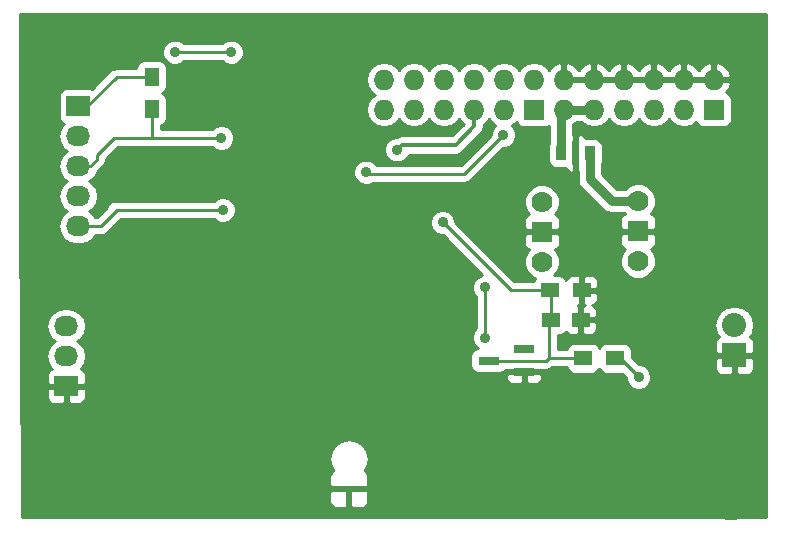
<source format=gbl>
G04 #@! TF.FileFunction,Copper,L2,Bot,Signal*
%FSLAX46Y46*%
G04 Gerber Fmt 4.6, Leading zero omitted, Abs format (unit mm)*
G04 Created by KiCad (PCBNEW 4.0.1-stable) date 24/01/2016 09:13:41*
%MOMM*%
G01*
G04 APERTURE LIST*
%ADD10C,0.100000*%
%ADD11R,0.899160X1.249680*%
%ADD12R,0.500380X1.998980*%
%ADD13R,2.032000X2.032000*%
%ADD14O,2.032000X2.032000*%
%ADD15R,2.032000X1.727200*%
%ADD16O,2.032000X1.727200*%
%ADD17R,1.727200X1.727200*%
%ADD18O,1.727200X1.727200*%
%ADD19C,1.778000*%
%ADD20R,1.778000X1.778000*%
%ADD21C,6.350000*%
%ADD22R,1.500000X1.250000*%
%ADD23R,1.500000X1.300000*%
%ADD24R,1.800860X0.800100*%
%ADD25R,1.300000X1.500000*%
%ADD26C,0.889000*%
%ADD27C,0.780000*%
%ADD28C,0.254000*%
%ADD29C,0.350000*%
G04 APERTURE END LIST*
D10*
D11*
X148398880Y-108500000D03*
X146001120Y-108500000D03*
D12*
X147200000Y-108500000D03*
D13*
X160650000Y-125600000D03*
D14*
X160650000Y-123060000D03*
D15*
X104076500Y-128206500D03*
D16*
X104076500Y-125666500D03*
X104076500Y-123126500D03*
D17*
X143700000Y-104800000D03*
D18*
X143700000Y-102260000D03*
X141160000Y-104800000D03*
X141160000Y-102260000D03*
X138620000Y-104800000D03*
X138620000Y-102260000D03*
X136080000Y-104800000D03*
X136080000Y-102260000D03*
X133540000Y-104800000D03*
X133540000Y-102260000D03*
X131000000Y-104800000D03*
X131000000Y-102260000D03*
D17*
X158900000Y-104800000D03*
D18*
X158900000Y-102260000D03*
X156360000Y-104800000D03*
X156360000Y-102260000D03*
X153820000Y-104800000D03*
X153820000Y-102260000D03*
X151280000Y-104800000D03*
X151280000Y-102260000D03*
X148740000Y-104800000D03*
X148740000Y-102260000D03*
X146200000Y-104800000D03*
X146200000Y-102260000D03*
D19*
X152500000Y-117640000D03*
D20*
X152500000Y-115100000D03*
D19*
X152500000Y-112560000D03*
X144350000Y-117690000D03*
D20*
X144350000Y-115150000D03*
D19*
X144350000Y-112610000D03*
D13*
X119062500Y-135572500D03*
D14*
X119062500Y-133032500D03*
D21*
X103568500Y-136144000D03*
X160400000Y-136400000D03*
D22*
X145150000Y-122600000D03*
X147650000Y-122600000D03*
D23*
X150550000Y-125850000D03*
X147850000Y-125850000D03*
X145050000Y-120100000D03*
X147750000Y-120100000D03*
D24*
X142852140Y-125097500D03*
X142852140Y-126997500D03*
X139849860Y-126047500D03*
D15*
X105092500Y-104521000D03*
D16*
X105092500Y-107061000D03*
X105092500Y-109601000D03*
X105092500Y-112141000D03*
X105092500Y-114681000D03*
D25*
X111315500Y-104728000D03*
X111315500Y-102028000D03*
D26*
X119888000Y-122936000D03*
X119697500Y-104584500D03*
X119570500Y-117729000D03*
X137900000Y-134400000D03*
X133800000Y-111500000D03*
X136250000Y-112650000D03*
X147050000Y-129400000D03*
X135500000Y-120350000D03*
X141097000Y-106934000D03*
X129476500Y-110109000D03*
X152550000Y-127450000D03*
X139550000Y-124100000D03*
X139550000Y-119850000D03*
X132100000Y-108200000D03*
X135950000Y-114350000D03*
X117221000Y-107188000D03*
X117348000Y-113284000D03*
X113284000Y-99949000D03*
X118046500Y-99949000D03*
D27*
X148398880Y-108500000D02*
X148398880Y-110698880D01*
X150260000Y-112560000D02*
X152500000Y-112560000D01*
X148398880Y-110698880D02*
X150260000Y-112560000D01*
X146001120Y-108500000D02*
X146001120Y-104998880D01*
X146001120Y-104998880D02*
X146200000Y-104800000D01*
X146200000Y-104800000D02*
X148740000Y-104800000D01*
D28*
X137795000Y-110236000D02*
X141097000Y-106934000D01*
X129603500Y-110236000D02*
X137795000Y-110236000D01*
X129476500Y-110109000D02*
X129603500Y-110236000D01*
X152550000Y-127450000D02*
X150950000Y-125850000D01*
X150950000Y-125850000D02*
X150550000Y-125850000D01*
X139550000Y-124100000D02*
X139550000Y-119850000D01*
X143700000Y-104800000D02*
X143612000Y-104800000D01*
X143700000Y-102260000D02*
X143700000Y-102044000D01*
D29*
X138620000Y-106230000D02*
X138620000Y-104800000D01*
X137050000Y-107800000D02*
X138620000Y-106230000D01*
X132500000Y-107800000D02*
X137050000Y-107800000D01*
X132100000Y-108200000D02*
X132500000Y-107800000D01*
D28*
X139849860Y-126047500D02*
X144716500Y-126047500D01*
X144716500Y-126047500D02*
X144935000Y-125829000D01*
X145050000Y-120100000D02*
X141700000Y-120100000D01*
X141700000Y-120100000D02*
X135950000Y-114350000D01*
X145150000Y-122600000D02*
X145150000Y-120200000D01*
X145150000Y-120200000D02*
X145050000Y-120100000D01*
X144935000Y-125850000D02*
X144935000Y-125829000D01*
X144935000Y-125829000D02*
X144935000Y-125095000D01*
X144935000Y-125095000D02*
X144935000Y-122815000D01*
X144935000Y-122815000D02*
X145150000Y-122600000D01*
X147850000Y-125850000D02*
X144935000Y-125850000D01*
X141160000Y-104800000D02*
X141160000Y-104966000D01*
X136080000Y-102260000D02*
X136080000Y-101790000D01*
X105092500Y-104521000D02*
X105854500Y-104521000D01*
X105854500Y-104521000D02*
X108347500Y-102028000D01*
X108347500Y-102028000D02*
X111315500Y-102028000D01*
X117221000Y-107188000D02*
X111315500Y-107188000D01*
X106680000Y-108648500D02*
X106680000Y-109029500D01*
X111315500Y-107188000D02*
X108140500Y-107188000D01*
X108140500Y-107188000D02*
X106680000Y-108648500D01*
X106680000Y-109029500D02*
X106108500Y-109601000D01*
X106108500Y-109601000D02*
X105092500Y-109601000D01*
X111315500Y-104728000D02*
X111315500Y-107188000D01*
X105854500Y-109474000D02*
X105664000Y-109664500D01*
X108267500Y-113284000D02*
X117348000Y-113284000D01*
X105092500Y-114681000D02*
X106997500Y-114681000D01*
X108394500Y-113284000D02*
X108331000Y-113284000D01*
X106997500Y-114681000D02*
X108394500Y-113284000D01*
X118046500Y-99949000D02*
X113284000Y-99949000D01*
G36*
X163315000Y-139315000D02*
X100360432Y-139315000D01*
X100345656Y-137191750D01*
X126365000Y-137191750D01*
X126365000Y-138048310D01*
X126461673Y-138281699D01*
X126640302Y-138460327D01*
X126873691Y-138557000D01*
X127730250Y-138557000D01*
X127889000Y-138398250D01*
X127889000Y-137033000D01*
X128143000Y-137033000D01*
X128143000Y-138398250D01*
X128301750Y-138557000D01*
X129158309Y-138557000D01*
X129391698Y-138460327D01*
X129570327Y-138281699D01*
X129667000Y-138048310D01*
X129667000Y-137191750D01*
X129508250Y-137033000D01*
X128143000Y-137033000D01*
X127889000Y-137033000D01*
X126523750Y-137033000D01*
X126365000Y-137191750D01*
X100345656Y-137191750D01*
X100325990Y-134366000D01*
X126332655Y-134366000D01*
X126458330Y-134997810D01*
X126682966Y-135334001D01*
X126640302Y-135351673D01*
X126461673Y-135530301D01*
X126365000Y-135763690D01*
X126365000Y-136620250D01*
X126523750Y-136779000D01*
X127889000Y-136779000D01*
X127889000Y-136759000D01*
X128143000Y-136759000D01*
X128143000Y-136779000D01*
X129508250Y-136779000D01*
X129667000Y-136620250D01*
X129667000Y-135763690D01*
X129570327Y-135530301D01*
X129391698Y-135351673D01*
X129349034Y-135334001D01*
X129573670Y-134997810D01*
X129699345Y-134366000D01*
X129573670Y-133734190D01*
X129215778Y-133198567D01*
X128680155Y-132840675D01*
X128048345Y-132715000D01*
X127983655Y-132715000D01*
X127351845Y-132840675D01*
X126816222Y-133198567D01*
X126458330Y-133734190D01*
X126332655Y-134366000D01*
X100325990Y-134366000D01*
X100285111Y-128492250D01*
X102425500Y-128492250D01*
X102425500Y-129196410D01*
X102522173Y-129429799D01*
X102700802Y-129608427D01*
X102934191Y-129705100D01*
X103790750Y-129705100D01*
X103949500Y-129546350D01*
X103949500Y-128333500D01*
X104203500Y-128333500D01*
X104203500Y-129546350D01*
X104362250Y-129705100D01*
X105218809Y-129705100D01*
X105452198Y-129608427D01*
X105630827Y-129429799D01*
X105727500Y-129196410D01*
X105727500Y-128492250D01*
X105568750Y-128333500D01*
X104203500Y-128333500D01*
X103949500Y-128333500D01*
X102584250Y-128333500D01*
X102425500Y-128492250D01*
X100285111Y-128492250D01*
X100247767Y-123126500D01*
X102393155Y-123126500D01*
X102507229Y-123699989D01*
X102832085Y-124186170D01*
X103146866Y-124396500D01*
X102832085Y-124606830D01*
X102507229Y-125093011D01*
X102393155Y-125666500D01*
X102507229Y-126239989D01*
X102832085Y-126726170D01*
X102854280Y-126741000D01*
X102700802Y-126804573D01*
X102522173Y-126983201D01*
X102425500Y-127216590D01*
X102425500Y-127920750D01*
X102584250Y-128079500D01*
X103949500Y-128079500D01*
X103949500Y-128059500D01*
X104203500Y-128059500D01*
X104203500Y-128079500D01*
X105568750Y-128079500D01*
X105727500Y-127920750D01*
X105727500Y-127283250D01*
X141316710Y-127283250D01*
X141316710Y-127523859D01*
X141413383Y-127757248D01*
X141592011Y-127935877D01*
X141825400Y-128032550D01*
X142566390Y-128032550D01*
X142725140Y-127873800D01*
X142725140Y-127124500D01*
X142979140Y-127124500D01*
X142979140Y-127873800D01*
X143137890Y-128032550D01*
X143878880Y-128032550D01*
X144112269Y-127935877D01*
X144290897Y-127757248D01*
X144387570Y-127523859D01*
X144387570Y-127283250D01*
X144228820Y-127124500D01*
X142979140Y-127124500D01*
X142725140Y-127124500D01*
X141475460Y-127124500D01*
X141316710Y-127283250D01*
X105727500Y-127283250D01*
X105727500Y-127216590D01*
X105630827Y-126983201D01*
X105452198Y-126804573D01*
X105298720Y-126741000D01*
X105320915Y-126726170D01*
X105645771Y-126239989D01*
X105759845Y-125666500D01*
X105645771Y-125093011D01*
X105320915Y-124606830D01*
X105006134Y-124396500D01*
X105320915Y-124186170D01*
X105645771Y-123699989D01*
X105759845Y-123126500D01*
X105645771Y-122553011D01*
X105320915Y-122066830D01*
X104834734Y-121741974D01*
X104261245Y-121627900D01*
X103891755Y-121627900D01*
X103318266Y-121741974D01*
X102832085Y-122066830D01*
X102507229Y-122553011D01*
X102393155Y-123126500D01*
X100247767Y-123126500D01*
X100191000Y-114969982D01*
X100191000Y-107061000D01*
X103409155Y-107061000D01*
X103523229Y-107634489D01*
X103848085Y-108120670D01*
X104162866Y-108331000D01*
X103848085Y-108541330D01*
X103523229Y-109027511D01*
X103409155Y-109601000D01*
X103523229Y-110174489D01*
X103848085Y-110660670D01*
X104162866Y-110871000D01*
X103848085Y-111081330D01*
X103523229Y-111567511D01*
X103409155Y-112141000D01*
X103523229Y-112714489D01*
X103848085Y-113200670D01*
X104162866Y-113411000D01*
X103848085Y-113621330D01*
X103523229Y-114107511D01*
X103409155Y-114681000D01*
X103523229Y-115254489D01*
X103848085Y-115740670D01*
X104334266Y-116065526D01*
X104907755Y-116179600D01*
X105277245Y-116179600D01*
X105850734Y-116065526D01*
X106336915Y-115740670D01*
X106535812Y-115443000D01*
X106997500Y-115443000D01*
X107289105Y-115384996D01*
X107536315Y-115219815D01*
X108192346Y-114563784D01*
X134870313Y-114563784D01*
X135034311Y-114960689D01*
X135337714Y-115264622D01*
X135734332Y-115429313D01*
X135951872Y-115429502D01*
X139305411Y-118783041D01*
X138939311Y-118934311D01*
X138635378Y-119237714D01*
X138470687Y-119634332D01*
X138470313Y-120063784D01*
X138634311Y-120460689D01*
X138788000Y-120614646D01*
X138788000Y-123335358D01*
X138635378Y-123487714D01*
X138470687Y-123884332D01*
X138470313Y-124313784D01*
X138634311Y-124710689D01*
X138927287Y-125004177D01*
X138714113Y-125044288D01*
X138497989Y-125183360D01*
X138352999Y-125395560D01*
X138301990Y-125647450D01*
X138301990Y-126447550D01*
X138346268Y-126682867D01*
X138485340Y-126898991D01*
X138697540Y-127043981D01*
X138949430Y-127094990D01*
X140750290Y-127094990D01*
X140985607Y-127050712D01*
X141201731Y-126911640D01*
X141271520Y-126809500D01*
X141414460Y-126809500D01*
X141475460Y-126870500D01*
X142725140Y-126870500D01*
X142725140Y-126850500D01*
X142979140Y-126850500D01*
X142979140Y-126870500D01*
X144228820Y-126870500D01*
X144289820Y-126809500D01*
X144716500Y-126809500D01*
X145008105Y-126751496D01*
X145216875Y-126612000D01*
X146473634Y-126612000D01*
X146496838Y-126735317D01*
X146635910Y-126951441D01*
X146848110Y-127096431D01*
X147100000Y-127147440D01*
X148600000Y-127147440D01*
X148835317Y-127103162D01*
X149051441Y-126964090D01*
X149196431Y-126751890D01*
X149199081Y-126738803D01*
X149335910Y-126951441D01*
X149548110Y-127096431D01*
X149800000Y-127147440D01*
X151169810Y-127147440D01*
X151470501Y-127448131D01*
X151470313Y-127663784D01*
X151634311Y-128060689D01*
X151937714Y-128364622D01*
X152334332Y-128529313D01*
X152763784Y-128529687D01*
X153160689Y-128365689D01*
X153464622Y-128062286D01*
X153629313Y-127665668D01*
X153629687Y-127236216D01*
X153465689Y-126839311D01*
X153162286Y-126535378D01*
X152765668Y-126370687D01*
X152548128Y-126370498D01*
X152063380Y-125885750D01*
X158999000Y-125885750D01*
X158999000Y-126742310D01*
X159095673Y-126975699D01*
X159274302Y-127154327D01*
X159507691Y-127251000D01*
X160364250Y-127251000D01*
X160523000Y-127092250D01*
X160523000Y-125727000D01*
X160777000Y-125727000D01*
X160777000Y-127092250D01*
X160935750Y-127251000D01*
X161792309Y-127251000D01*
X162025698Y-127154327D01*
X162204327Y-126975699D01*
X162301000Y-126742310D01*
X162301000Y-125885750D01*
X162142250Y-125727000D01*
X160777000Y-125727000D01*
X160523000Y-125727000D01*
X159157750Y-125727000D01*
X158999000Y-125885750D01*
X152063380Y-125885750D01*
X151947440Y-125769810D01*
X151947440Y-125200000D01*
X151903162Y-124964683D01*
X151764090Y-124748559D01*
X151551890Y-124603569D01*
X151300000Y-124552560D01*
X149800000Y-124552560D01*
X149564683Y-124596838D01*
X149348559Y-124735910D01*
X149203569Y-124948110D01*
X149200919Y-124961197D01*
X149064090Y-124748559D01*
X148851890Y-124603569D01*
X148600000Y-124552560D01*
X147100000Y-124552560D01*
X146864683Y-124596838D01*
X146648559Y-124735910D01*
X146503569Y-124948110D01*
X146475241Y-125088000D01*
X145697000Y-125088000D01*
X145697000Y-123872440D01*
X145900000Y-123872440D01*
X146135317Y-123828162D01*
X146351441Y-123689090D01*
X146397969Y-123620994D01*
X146540302Y-123763327D01*
X146773691Y-123860000D01*
X147364250Y-123860000D01*
X147523000Y-123701250D01*
X147523000Y-122727000D01*
X147777000Y-122727000D01*
X147777000Y-123701250D01*
X147935750Y-123860000D01*
X148526309Y-123860000D01*
X148759698Y-123763327D01*
X148938327Y-123584699D01*
X149035000Y-123351310D01*
X149035000Y-123060000D01*
X158966655Y-123060000D01*
X159092330Y-123691810D01*
X159316966Y-124028001D01*
X159274302Y-124045673D01*
X159095673Y-124224301D01*
X158999000Y-124457690D01*
X158999000Y-125314250D01*
X159157750Y-125473000D01*
X160523000Y-125473000D01*
X160523000Y-125453000D01*
X160777000Y-125453000D01*
X160777000Y-125473000D01*
X162142250Y-125473000D01*
X162301000Y-125314250D01*
X162301000Y-124457690D01*
X162204327Y-124224301D01*
X162025698Y-124045673D01*
X161983034Y-124028001D01*
X162207670Y-123691810D01*
X162333345Y-123060000D01*
X162207670Y-122428190D01*
X161849778Y-121892567D01*
X161314155Y-121534675D01*
X160682345Y-121409000D01*
X160617655Y-121409000D01*
X159985845Y-121534675D01*
X159450222Y-121892567D01*
X159092330Y-122428190D01*
X158966655Y-123060000D01*
X149035000Y-123060000D01*
X149035000Y-122885750D01*
X148876250Y-122727000D01*
X147777000Y-122727000D01*
X147523000Y-122727000D01*
X147503000Y-122727000D01*
X147503000Y-122473000D01*
X147523000Y-122473000D01*
X147523000Y-121498750D01*
X147777000Y-121498750D01*
X147777000Y-122473000D01*
X148876250Y-122473000D01*
X149035000Y-122314250D01*
X149035000Y-121848690D01*
X148938327Y-121615301D01*
X148759698Y-121436673D01*
X148630629Y-121383211D01*
X148859698Y-121288327D01*
X149038327Y-121109699D01*
X149135000Y-120876310D01*
X149135000Y-120385750D01*
X148976250Y-120227000D01*
X147877000Y-120227000D01*
X147877000Y-121226250D01*
X147990750Y-121340000D01*
X147935750Y-121340000D01*
X147777000Y-121498750D01*
X147523000Y-121498750D01*
X147409250Y-121385000D01*
X147464250Y-121385000D01*
X147623000Y-121226250D01*
X147623000Y-120227000D01*
X147603000Y-120227000D01*
X147603000Y-119973000D01*
X147623000Y-119973000D01*
X147623000Y-118973750D01*
X147877000Y-118973750D01*
X147877000Y-119973000D01*
X148976250Y-119973000D01*
X149135000Y-119814250D01*
X149135000Y-119323690D01*
X149038327Y-119090301D01*
X148859698Y-118911673D01*
X148626309Y-118815000D01*
X148035750Y-118815000D01*
X147877000Y-118973750D01*
X147623000Y-118973750D01*
X147464250Y-118815000D01*
X146873691Y-118815000D01*
X146640302Y-118911673D01*
X146461673Y-119090301D01*
X146405346Y-119226287D01*
X146403162Y-119214683D01*
X146264090Y-118998559D01*
X146051890Y-118853569D01*
X145800000Y-118802560D01*
X145392642Y-118802560D01*
X145641231Y-118554404D01*
X145873735Y-117994472D01*
X145873780Y-117941812D01*
X150975736Y-117941812D01*
X151207262Y-118502149D01*
X151635596Y-118931231D01*
X152195528Y-119163735D01*
X152801812Y-119164264D01*
X153362149Y-118932738D01*
X153791231Y-118504404D01*
X154023735Y-117944472D01*
X154024264Y-117338188D01*
X153792738Y-116777851D01*
X153602926Y-116587708D01*
X153748698Y-116527327D01*
X153927327Y-116348699D01*
X154024000Y-116115310D01*
X154024000Y-115385750D01*
X153865250Y-115227000D01*
X152627000Y-115227000D01*
X152627000Y-115247000D01*
X152373000Y-115247000D01*
X152373000Y-115227000D01*
X151134750Y-115227000D01*
X150976000Y-115385750D01*
X150976000Y-116115310D01*
X151072673Y-116348699D01*
X151251302Y-116527327D01*
X151397011Y-116587682D01*
X151208769Y-116775596D01*
X150976265Y-117335528D01*
X150975736Y-117941812D01*
X145873780Y-117941812D01*
X145874264Y-117388188D01*
X145642738Y-116827851D01*
X145452926Y-116637708D01*
X145598698Y-116577327D01*
X145777327Y-116398699D01*
X145874000Y-116165310D01*
X145874000Y-115435750D01*
X145715250Y-115277000D01*
X144477000Y-115277000D01*
X144477000Y-115297000D01*
X144223000Y-115297000D01*
X144223000Y-115277000D01*
X142984750Y-115277000D01*
X142826000Y-115435750D01*
X142826000Y-116165310D01*
X142922673Y-116398699D01*
X143101302Y-116577327D01*
X143247011Y-116637682D01*
X143058769Y-116825596D01*
X142826265Y-117385528D01*
X142825736Y-117991812D01*
X143057262Y-118552149D01*
X143485596Y-118981231D01*
X143770830Y-119099670D01*
X143703569Y-119198110D01*
X143675241Y-119338000D01*
X142015630Y-119338000D01*
X137029499Y-114351869D01*
X137029687Y-114136216D01*
X136865689Y-113739311D01*
X136562286Y-113435378D01*
X136165668Y-113270687D01*
X135736216Y-113270313D01*
X135339311Y-113434311D01*
X135035378Y-113737714D01*
X134870687Y-114134332D01*
X134870313Y-114563784D01*
X108192346Y-114563784D01*
X108710131Y-114046000D01*
X116583358Y-114046000D01*
X116735714Y-114198622D01*
X117132332Y-114363313D01*
X117561784Y-114363687D01*
X117958689Y-114199689D01*
X118262622Y-113896286D01*
X118427313Y-113499668D01*
X118427687Y-113070216D01*
X118362236Y-112911812D01*
X142825736Y-112911812D01*
X143057262Y-113472149D01*
X143247074Y-113662292D01*
X143101302Y-113722673D01*
X142922673Y-113901301D01*
X142826000Y-114134690D01*
X142826000Y-114864250D01*
X142984750Y-115023000D01*
X144223000Y-115023000D01*
X144223000Y-115003000D01*
X144477000Y-115003000D01*
X144477000Y-115023000D01*
X145715250Y-115023000D01*
X145874000Y-114864250D01*
X145874000Y-114134690D01*
X145777327Y-113901301D01*
X145598698Y-113722673D01*
X145452989Y-113662318D01*
X145641231Y-113474404D01*
X145873735Y-112914472D01*
X145874264Y-112308188D01*
X145642738Y-111747851D01*
X145214404Y-111318769D01*
X144654472Y-111086265D01*
X144048188Y-111085736D01*
X143487851Y-111317262D01*
X143058769Y-111745596D01*
X142826265Y-112305528D01*
X142825736Y-112911812D01*
X118362236Y-112911812D01*
X118263689Y-112673311D01*
X117960286Y-112369378D01*
X117563668Y-112204687D01*
X117134216Y-112204313D01*
X116737311Y-112368311D01*
X116583354Y-112522000D01*
X108267500Y-112522000D01*
X107975895Y-112580004D01*
X107728685Y-112745185D01*
X107563504Y-112992395D01*
X107552338Y-113048531D01*
X106681870Y-113919000D01*
X106535812Y-113919000D01*
X106336915Y-113621330D01*
X106022134Y-113411000D01*
X106336915Y-113200670D01*
X106661771Y-112714489D01*
X106775845Y-112141000D01*
X106661771Y-111567511D01*
X106336915Y-111081330D01*
X106022134Y-110871000D01*
X106336915Y-110660670D01*
X106562683Y-110322784D01*
X128396813Y-110322784D01*
X128560811Y-110719689D01*
X128864214Y-111023622D01*
X129260832Y-111188313D01*
X129690284Y-111188687D01*
X130087189Y-111024689D01*
X130113925Y-110998000D01*
X137795000Y-110998000D01*
X138086605Y-110939996D01*
X138333815Y-110774815D01*
X141095131Y-108013499D01*
X141310784Y-108013687D01*
X141707689Y-107849689D01*
X142011622Y-107546286D01*
X142176313Y-107149668D01*
X142176687Y-106720216D01*
X142012689Y-106323311D01*
X141829613Y-106139915D01*
X142228442Y-105873426D01*
X142233238Y-105898917D01*
X142372310Y-106115041D01*
X142584510Y-106260031D01*
X142836400Y-106311040D01*
X144563600Y-106311040D01*
X144798917Y-106266762D01*
X144976120Y-106152735D01*
X144976120Y-107592519D01*
X144955109Y-107623270D01*
X144904100Y-107875160D01*
X144904100Y-109124840D01*
X144948378Y-109360157D01*
X145087450Y-109576281D01*
X145299650Y-109721271D01*
X145551540Y-109772280D01*
X146375484Y-109772280D01*
X146411483Y-109859189D01*
X146590112Y-110037817D01*
X146823501Y-110134490D01*
X146916155Y-110134490D01*
X147074905Y-109975740D01*
X147074905Y-109239578D01*
X147098140Y-109124840D01*
X147098140Y-107875160D01*
X147301860Y-107875160D01*
X147301860Y-109124840D01*
X147325095Y-109248323D01*
X147325095Y-109975740D01*
X147373880Y-110024525D01*
X147373880Y-110698880D01*
X147421841Y-110939996D01*
X147451903Y-111091131D01*
X147674096Y-111423664D01*
X149535215Y-113284784D01*
X149819000Y-113474404D01*
X149867749Y-113506977D01*
X150260000Y-113585000D01*
X151369829Y-113585000D01*
X151397074Y-113612292D01*
X151251302Y-113672673D01*
X151072673Y-113851301D01*
X150976000Y-114084690D01*
X150976000Y-114814250D01*
X151134750Y-114973000D01*
X152373000Y-114973000D01*
X152373000Y-114953000D01*
X152627000Y-114953000D01*
X152627000Y-114973000D01*
X153865250Y-114973000D01*
X154024000Y-114814250D01*
X154024000Y-114084690D01*
X153927327Y-113851301D01*
X153748698Y-113672673D01*
X153602989Y-113612318D01*
X153791231Y-113424404D01*
X154023735Y-112864472D01*
X154024264Y-112258188D01*
X153792738Y-111697851D01*
X153364404Y-111268769D01*
X152804472Y-111036265D01*
X152198188Y-111035736D01*
X151637851Y-111267262D01*
X151369645Y-111535000D01*
X150684569Y-111535000D01*
X149423880Y-110274312D01*
X149423880Y-109407481D01*
X149444891Y-109376730D01*
X149495900Y-109124840D01*
X149495900Y-107875160D01*
X149451622Y-107639843D01*
X149312550Y-107423719D01*
X149100350Y-107278729D01*
X148848460Y-107227720D01*
X148024516Y-107227720D01*
X147988517Y-107140811D01*
X147809888Y-106962183D01*
X147576499Y-106865510D01*
X147483845Y-106865510D01*
X147325095Y-107024260D01*
X147325095Y-107760422D01*
X147301860Y-107875160D01*
X147098140Y-107875160D01*
X147074905Y-107751677D01*
X147074905Y-107024260D01*
X147026120Y-106975475D01*
X147026120Y-106035340D01*
X147289029Y-105859670D01*
X147312195Y-105825000D01*
X147627805Y-105825000D01*
X147650971Y-105859670D01*
X148137152Y-106184526D01*
X148710641Y-106298600D01*
X148769359Y-106298600D01*
X149342848Y-106184526D01*
X149829029Y-105859670D01*
X150010000Y-105588828D01*
X150190971Y-105859670D01*
X150677152Y-106184526D01*
X151250641Y-106298600D01*
X151309359Y-106298600D01*
X151882848Y-106184526D01*
X152369029Y-105859670D01*
X152550000Y-105588828D01*
X152730971Y-105859670D01*
X153217152Y-106184526D01*
X153790641Y-106298600D01*
X153849359Y-106298600D01*
X154422848Y-106184526D01*
X154909029Y-105859670D01*
X155090000Y-105588828D01*
X155270971Y-105859670D01*
X155757152Y-106184526D01*
X156330641Y-106298600D01*
X156389359Y-106298600D01*
X156962848Y-106184526D01*
X157428442Y-105873426D01*
X157433238Y-105898917D01*
X157572310Y-106115041D01*
X157784510Y-106260031D01*
X158036400Y-106311040D01*
X159763600Y-106311040D01*
X159998917Y-106266762D01*
X160215041Y-106127690D01*
X160360031Y-105915490D01*
X160411040Y-105663600D01*
X160411040Y-103936400D01*
X160366762Y-103701083D01*
X160227690Y-103484959D01*
X160015490Y-103339969D01*
X159921625Y-103320961D01*
X160182688Y-103034947D01*
X160354958Y-102619026D01*
X160233817Y-102387000D01*
X159027000Y-102387000D01*
X159027000Y-102407000D01*
X158773000Y-102407000D01*
X158773000Y-102387000D01*
X156487000Y-102387000D01*
X156487000Y-102407000D01*
X156233000Y-102407000D01*
X156233000Y-102387000D01*
X153947000Y-102387000D01*
X153947000Y-102407000D01*
X153693000Y-102407000D01*
X153693000Y-102387000D01*
X151407000Y-102387000D01*
X151407000Y-102407000D01*
X151153000Y-102407000D01*
X151153000Y-102387000D01*
X148867000Y-102387000D01*
X148867000Y-102407000D01*
X148613000Y-102407000D01*
X148613000Y-102387000D01*
X146327000Y-102387000D01*
X146327000Y-102407000D01*
X146073000Y-102407000D01*
X146073000Y-102387000D01*
X146053000Y-102387000D01*
X146053000Y-102133000D01*
X146073000Y-102133000D01*
X146073000Y-100925531D01*
X146327000Y-100925531D01*
X146327000Y-102133000D01*
X148613000Y-102133000D01*
X148613000Y-100925531D01*
X148867000Y-100925531D01*
X148867000Y-102133000D01*
X151153000Y-102133000D01*
X151153000Y-100925531D01*
X151407000Y-100925531D01*
X151407000Y-102133000D01*
X153693000Y-102133000D01*
X153693000Y-100925531D01*
X153947000Y-100925531D01*
X153947000Y-102133000D01*
X156233000Y-102133000D01*
X156233000Y-100925531D01*
X156487000Y-100925531D01*
X156487000Y-102133000D01*
X158773000Y-102133000D01*
X158773000Y-100925531D01*
X159027000Y-100925531D01*
X159027000Y-102133000D01*
X160233817Y-102133000D01*
X160354958Y-101900974D01*
X160182688Y-101485053D01*
X159788490Y-101053179D01*
X159259027Y-100805032D01*
X159027000Y-100925531D01*
X158773000Y-100925531D01*
X158540973Y-100805032D01*
X158011510Y-101053179D01*
X157630000Y-101471152D01*
X157248490Y-101053179D01*
X156719027Y-100805032D01*
X156487000Y-100925531D01*
X156233000Y-100925531D01*
X156000973Y-100805032D01*
X155471510Y-101053179D01*
X155090000Y-101471152D01*
X154708490Y-101053179D01*
X154179027Y-100805032D01*
X153947000Y-100925531D01*
X153693000Y-100925531D01*
X153460973Y-100805032D01*
X152931510Y-101053179D01*
X152550000Y-101471152D01*
X152168490Y-101053179D01*
X151639027Y-100805032D01*
X151407000Y-100925531D01*
X151153000Y-100925531D01*
X150920973Y-100805032D01*
X150391510Y-101053179D01*
X150010000Y-101471152D01*
X149628490Y-101053179D01*
X149099027Y-100805032D01*
X148867000Y-100925531D01*
X148613000Y-100925531D01*
X148380973Y-100805032D01*
X147851510Y-101053179D01*
X147470000Y-101471152D01*
X147088490Y-101053179D01*
X146559027Y-100805032D01*
X146327000Y-100925531D01*
X146073000Y-100925531D01*
X145840973Y-100805032D01*
X145311510Y-101053179D01*
X144953087Y-101445859D01*
X144789029Y-101200330D01*
X144302848Y-100875474D01*
X143729359Y-100761400D01*
X143670641Y-100761400D01*
X143097152Y-100875474D01*
X142610971Y-101200330D01*
X142430000Y-101471172D01*
X142249029Y-101200330D01*
X141762848Y-100875474D01*
X141189359Y-100761400D01*
X141130641Y-100761400D01*
X140557152Y-100875474D01*
X140070971Y-101200330D01*
X139890000Y-101471172D01*
X139709029Y-101200330D01*
X139222848Y-100875474D01*
X138649359Y-100761400D01*
X138590641Y-100761400D01*
X138017152Y-100875474D01*
X137530971Y-101200330D01*
X137350000Y-101471172D01*
X137169029Y-101200330D01*
X136682848Y-100875474D01*
X136109359Y-100761400D01*
X136050641Y-100761400D01*
X135477152Y-100875474D01*
X134990971Y-101200330D01*
X134810000Y-101471172D01*
X134629029Y-101200330D01*
X134142848Y-100875474D01*
X133569359Y-100761400D01*
X133510641Y-100761400D01*
X132937152Y-100875474D01*
X132450971Y-101200330D01*
X132270000Y-101471172D01*
X132089029Y-101200330D01*
X131602848Y-100875474D01*
X131029359Y-100761400D01*
X130970641Y-100761400D01*
X130397152Y-100875474D01*
X129910971Y-101200330D01*
X129586115Y-101686511D01*
X129472041Y-102260000D01*
X129586115Y-102833489D01*
X129910971Y-103319670D01*
X130225752Y-103530000D01*
X129910971Y-103740330D01*
X129586115Y-104226511D01*
X129472041Y-104800000D01*
X129586115Y-105373489D01*
X129910971Y-105859670D01*
X130397152Y-106184526D01*
X130970641Y-106298600D01*
X131029359Y-106298600D01*
X131602848Y-106184526D01*
X132089029Y-105859670D01*
X132270000Y-105588828D01*
X132450971Y-105859670D01*
X132937152Y-106184526D01*
X133510641Y-106298600D01*
X133569359Y-106298600D01*
X134142848Y-106184526D01*
X134629029Y-105859670D01*
X134810000Y-105588828D01*
X134990971Y-105859670D01*
X135477152Y-106184526D01*
X136050641Y-106298600D01*
X136109359Y-106298600D01*
X136682848Y-106184526D01*
X137169029Y-105859670D01*
X137350000Y-105588828D01*
X137530971Y-105859670D01*
X137719108Y-105985379D01*
X136714488Y-106990000D01*
X132500000Y-106990000D01*
X132190026Y-107051658D01*
X132087277Y-107120313D01*
X132087015Y-107120488D01*
X131886216Y-107120313D01*
X131489311Y-107284311D01*
X131185378Y-107587714D01*
X131020687Y-107984332D01*
X131020313Y-108413784D01*
X131184311Y-108810689D01*
X131487714Y-109114622D01*
X131884332Y-109279313D01*
X132313784Y-109279687D01*
X132710689Y-109115689D01*
X133014622Y-108812286D01*
X133098619Y-108610000D01*
X137050000Y-108610000D01*
X137359974Y-108548342D01*
X137622756Y-108372756D01*
X139192756Y-106802757D01*
X139295369Y-106649185D01*
X139368342Y-106539974D01*
X139430000Y-106230000D01*
X139430000Y-106046111D01*
X139709029Y-105859670D01*
X139890000Y-105588828D01*
X140070971Y-105859670D01*
X140414973Y-106089525D01*
X140182378Y-106321714D01*
X140017687Y-106718332D01*
X140017498Y-106935872D01*
X137479370Y-109474000D01*
X130367920Y-109474000D01*
X130088786Y-109194378D01*
X129692168Y-109029687D01*
X129262716Y-109029313D01*
X128865811Y-109193311D01*
X128561878Y-109496714D01*
X128397187Y-109893332D01*
X128396813Y-110322784D01*
X106562683Y-110322784D01*
X106661771Y-110174489D01*
X106673970Y-110113160D01*
X107218815Y-109568315D01*
X107383996Y-109321105D01*
X107386325Y-109309395D01*
X107442000Y-109029500D01*
X107442000Y-108964130D01*
X108456130Y-107950000D01*
X116456358Y-107950000D01*
X116608714Y-108102622D01*
X117005332Y-108267313D01*
X117434784Y-108267687D01*
X117831689Y-108103689D01*
X118135622Y-107800286D01*
X118300313Y-107403668D01*
X118300687Y-106974216D01*
X118136689Y-106577311D01*
X117833286Y-106273378D01*
X117436668Y-106108687D01*
X117007216Y-106108313D01*
X116610311Y-106272311D01*
X116456354Y-106426000D01*
X112077500Y-106426000D01*
X112077500Y-106104366D01*
X112200817Y-106081162D01*
X112416941Y-105942090D01*
X112561931Y-105729890D01*
X112612940Y-105478000D01*
X112612940Y-103978000D01*
X112568662Y-103742683D01*
X112429590Y-103526559D01*
X112217390Y-103381569D01*
X112204303Y-103378919D01*
X112416941Y-103242090D01*
X112561931Y-103029890D01*
X112612940Y-102778000D01*
X112612940Y-101278000D01*
X112568662Y-101042683D01*
X112429590Y-100826559D01*
X112217390Y-100681569D01*
X111965500Y-100630560D01*
X110665500Y-100630560D01*
X110430183Y-100674838D01*
X110214059Y-100813910D01*
X110069069Y-101026110D01*
X110020490Y-101266000D01*
X108347500Y-101266000D01*
X108055895Y-101324004D01*
X107808684Y-101489185D01*
X106257697Y-103040173D01*
X106108500Y-103009960D01*
X104076500Y-103009960D01*
X103841183Y-103054238D01*
X103625059Y-103193310D01*
X103480069Y-103405510D01*
X103429060Y-103657400D01*
X103429060Y-105384600D01*
X103473338Y-105619917D01*
X103612410Y-105836041D01*
X103824610Y-105981031D01*
X103865939Y-105989400D01*
X103848085Y-106001330D01*
X103523229Y-106487511D01*
X103409155Y-107061000D01*
X100191000Y-107061000D01*
X100191000Y-100162784D01*
X112204313Y-100162784D01*
X112368311Y-100559689D01*
X112671714Y-100863622D01*
X113068332Y-101028313D01*
X113497784Y-101028687D01*
X113894689Y-100864689D01*
X114048646Y-100711000D01*
X117281858Y-100711000D01*
X117434214Y-100863622D01*
X117830832Y-101028313D01*
X118260284Y-101028687D01*
X118657189Y-100864689D01*
X118961122Y-100561286D01*
X119125813Y-100164668D01*
X119126187Y-99735216D01*
X118962189Y-99338311D01*
X118658786Y-99034378D01*
X118262168Y-98869687D01*
X117832716Y-98869313D01*
X117435811Y-99033311D01*
X117281854Y-99187000D01*
X114048642Y-99187000D01*
X113896286Y-99034378D01*
X113499668Y-98869687D01*
X113070216Y-98869313D01*
X112673311Y-99033311D01*
X112369378Y-99336714D01*
X112204687Y-99733332D01*
X112204313Y-100162784D01*
X100191000Y-100162784D01*
X100191000Y-96685000D01*
X163315000Y-96685000D01*
X163315000Y-139315000D01*
X163315000Y-139315000D01*
G37*
X163315000Y-139315000D02*
X100360432Y-139315000D01*
X100345656Y-137191750D01*
X126365000Y-137191750D01*
X126365000Y-138048310D01*
X126461673Y-138281699D01*
X126640302Y-138460327D01*
X126873691Y-138557000D01*
X127730250Y-138557000D01*
X127889000Y-138398250D01*
X127889000Y-137033000D01*
X128143000Y-137033000D01*
X128143000Y-138398250D01*
X128301750Y-138557000D01*
X129158309Y-138557000D01*
X129391698Y-138460327D01*
X129570327Y-138281699D01*
X129667000Y-138048310D01*
X129667000Y-137191750D01*
X129508250Y-137033000D01*
X128143000Y-137033000D01*
X127889000Y-137033000D01*
X126523750Y-137033000D01*
X126365000Y-137191750D01*
X100345656Y-137191750D01*
X100325990Y-134366000D01*
X126332655Y-134366000D01*
X126458330Y-134997810D01*
X126682966Y-135334001D01*
X126640302Y-135351673D01*
X126461673Y-135530301D01*
X126365000Y-135763690D01*
X126365000Y-136620250D01*
X126523750Y-136779000D01*
X127889000Y-136779000D01*
X127889000Y-136759000D01*
X128143000Y-136759000D01*
X128143000Y-136779000D01*
X129508250Y-136779000D01*
X129667000Y-136620250D01*
X129667000Y-135763690D01*
X129570327Y-135530301D01*
X129391698Y-135351673D01*
X129349034Y-135334001D01*
X129573670Y-134997810D01*
X129699345Y-134366000D01*
X129573670Y-133734190D01*
X129215778Y-133198567D01*
X128680155Y-132840675D01*
X128048345Y-132715000D01*
X127983655Y-132715000D01*
X127351845Y-132840675D01*
X126816222Y-133198567D01*
X126458330Y-133734190D01*
X126332655Y-134366000D01*
X100325990Y-134366000D01*
X100285111Y-128492250D01*
X102425500Y-128492250D01*
X102425500Y-129196410D01*
X102522173Y-129429799D01*
X102700802Y-129608427D01*
X102934191Y-129705100D01*
X103790750Y-129705100D01*
X103949500Y-129546350D01*
X103949500Y-128333500D01*
X104203500Y-128333500D01*
X104203500Y-129546350D01*
X104362250Y-129705100D01*
X105218809Y-129705100D01*
X105452198Y-129608427D01*
X105630827Y-129429799D01*
X105727500Y-129196410D01*
X105727500Y-128492250D01*
X105568750Y-128333500D01*
X104203500Y-128333500D01*
X103949500Y-128333500D01*
X102584250Y-128333500D01*
X102425500Y-128492250D01*
X100285111Y-128492250D01*
X100247767Y-123126500D01*
X102393155Y-123126500D01*
X102507229Y-123699989D01*
X102832085Y-124186170D01*
X103146866Y-124396500D01*
X102832085Y-124606830D01*
X102507229Y-125093011D01*
X102393155Y-125666500D01*
X102507229Y-126239989D01*
X102832085Y-126726170D01*
X102854280Y-126741000D01*
X102700802Y-126804573D01*
X102522173Y-126983201D01*
X102425500Y-127216590D01*
X102425500Y-127920750D01*
X102584250Y-128079500D01*
X103949500Y-128079500D01*
X103949500Y-128059500D01*
X104203500Y-128059500D01*
X104203500Y-128079500D01*
X105568750Y-128079500D01*
X105727500Y-127920750D01*
X105727500Y-127283250D01*
X141316710Y-127283250D01*
X141316710Y-127523859D01*
X141413383Y-127757248D01*
X141592011Y-127935877D01*
X141825400Y-128032550D01*
X142566390Y-128032550D01*
X142725140Y-127873800D01*
X142725140Y-127124500D01*
X142979140Y-127124500D01*
X142979140Y-127873800D01*
X143137890Y-128032550D01*
X143878880Y-128032550D01*
X144112269Y-127935877D01*
X144290897Y-127757248D01*
X144387570Y-127523859D01*
X144387570Y-127283250D01*
X144228820Y-127124500D01*
X142979140Y-127124500D01*
X142725140Y-127124500D01*
X141475460Y-127124500D01*
X141316710Y-127283250D01*
X105727500Y-127283250D01*
X105727500Y-127216590D01*
X105630827Y-126983201D01*
X105452198Y-126804573D01*
X105298720Y-126741000D01*
X105320915Y-126726170D01*
X105645771Y-126239989D01*
X105759845Y-125666500D01*
X105645771Y-125093011D01*
X105320915Y-124606830D01*
X105006134Y-124396500D01*
X105320915Y-124186170D01*
X105645771Y-123699989D01*
X105759845Y-123126500D01*
X105645771Y-122553011D01*
X105320915Y-122066830D01*
X104834734Y-121741974D01*
X104261245Y-121627900D01*
X103891755Y-121627900D01*
X103318266Y-121741974D01*
X102832085Y-122066830D01*
X102507229Y-122553011D01*
X102393155Y-123126500D01*
X100247767Y-123126500D01*
X100191000Y-114969982D01*
X100191000Y-107061000D01*
X103409155Y-107061000D01*
X103523229Y-107634489D01*
X103848085Y-108120670D01*
X104162866Y-108331000D01*
X103848085Y-108541330D01*
X103523229Y-109027511D01*
X103409155Y-109601000D01*
X103523229Y-110174489D01*
X103848085Y-110660670D01*
X104162866Y-110871000D01*
X103848085Y-111081330D01*
X103523229Y-111567511D01*
X103409155Y-112141000D01*
X103523229Y-112714489D01*
X103848085Y-113200670D01*
X104162866Y-113411000D01*
X103848085Y-113621330D01*
X103523229Y-114107511D01*
X103409155Y-114681000D01*
X103523229Y-115254489D01*
X103848085Y-115740670D01*
X104334266Y-116065526D01*
X104907755Y-116179600D01*
X105277245Y-116179600D01*
X105850734Y-116065526D01*
X106336915Y-115740670D01*
X106535812Y-115443000D01*
X106997500Y-115443000D01*
X107289105Y-115384996D01*
X107536315Y-115219815D01*
X108192346Y-114563784D01*
X134870313Y-114563784D01*
X135034311Y-114960689D01*
X135337714Y-115264622D01*
X135734332Y-115429313D01*
X135951872Y-115429502D01*
X139305411Y-118783041D01*
X138939311Y-118934311D01*
X138635378Y-119237714D01*
X138470687Y-119634332D01*
X138470313Y-120063784D01*
X138634311Y-120460689D01*
X138788000Y-120614646D01*
X138788000Y-123335358D01*
X138635378Y-123487714D01*
X138470687Y-123884332D01*
X138470313Y-124313784D01*
X138634311Y-124710689D01*
X138927287Y-125004177D01*
X138714113Y-125044288D01*
X138497989Y-125183360D01*
X138352999Y-125395560D01*
X138301990Y-125647450D01*
X138301990Y-126447550D01*
X138346268Y-126682867D01*
X138485340Y-126898991D01*
X138697540Y-127043981D01*
X138949430Y-127094990D01*
X140750290Y-127094990D01*
X140985607Y-127050712D01*
X141201731Y-126911640D01*
X141271520Y-126809500D01*
X141414460Y-126809500D01*
X141475460Y-126870500D01*
X142725140Y-126870500D01*
X142725140Y-126850500D01*
X142979140Y-126850500D01*
X142979140Y-126870500D01*
X144228820Y-126870500D01*
X144289820Y-126809500D01*
X144716500Y-126809500D01*
X145008105Y-126751496D01*
X145216875Y-126612000D01*
X146473634Y-126612000D01*
X146496838Y-126735317D01*
X146635910Y-126951441D01*
X146848110Y-127096431D01*
X147100000Y-127147440D01*
X148600000Y-127147440D01*
X148835317Y-127103162D01*
X149051441Y-126964090D01*
X149196431Y-126751890D01*
X149199081Y-126738803D01*
X149335910Y-126951441D01*
X149548110Y-127096431D01*
X149800000Y-127147440D01*
X151169810Y-127147440D01*
X151470501Y-127448131D01*
X151470313Y-127663784D01*
X151634311Y-128060689D01*
X151937714Y-128364622D01*
X152334332Y-128529313D01*
X152763784Y-128529687D01*
X153160689Y-128365689D01*
X153464622Y-128062286D01*
X153629313Y-127665668D01*
X153629687Y-127236216D01*
X153465689Y-126839311D01*
X153162286Y-126535378D01*
X152765668Y-126370687D01*
X152548128Y-126370498D01*
X152063380Y-125885750D01*
X158999000Y-125885750D01*
X158999000Y-126742310D01*
X159095673Y-126975699D01*
X159274302Y-127154327D01*
X159507691Y-127251000D01*
X160364250Y-127251000D01*
X160523000Y-127092250D01*
X160523000Y-125727000D01*
X160777000Y-125727000D01*
X160777000Y-127092250D01*
X160935750Y-127251000D01*
X161792309Y-127251000D01*
X162025698Y-127154327D01*
X162204327Y-126975699D01*
X162301000Y-126742310D01*
X162301000Y-125885750D01*
X162142250Y-125727000D01*
X160777000Y-125727000D01*
X160523000Y-125727000D01*
X159157750Y-125727000D01*
X158999000Y-125885750D01*
X152063380Y-125885750D01*
X151947440Y-125769810D01*
X151947440Y-125200000D01*
X151903162Y-124964683D01*
X151764090Y-124748559D01*
X151551890Y-124603569D01*
X151300000Y-124552560D01*
X149800000Y-124552560D01*
X149564683Y-124596838D01*
X149348559Y-124735910D01*
X149203569Y-124948110D01*
X149200919Y-124961197D01*
X149064090Y-124748559D01*
X148851890Y-124603569D01*
X148600000Y-124552560D01*
X147100000Y-124552560D01*
X146864683Y-124596838D01*
X146648559Y-124735910D01*
X146503569Y-124948110D01*
X146475241Y-125088000D01*
X145697000Y-125088000D01*
X145697000Y-123872440D01*
X145900000Y-123872440D01*
X146135317Y-123828162D01*
X146351441Y-123689090D01*
X146397969Y-123620994D01*
X146540302Y-123763327D01*
X146773691Y-123860000D01*
X147364250Y-123860000D01*
X147523000Y-123701250D01*
X147523000Y-122727000D01*
X147777000Y-122727000D01*
X147777000Y-123701250D01*
X147935750Y-123860000D01*
X148526309Y-123860000D01*
X148759698Y-123763327D01*
X148938327Y-123584699D01*
X149035000Y-123351310D01*
X149035000Y-123060000D01*
X158966655Y-123060000D01*
X159092330Y-123691810D01*
X159316966Y-124028001D01*
X159274302Y-124045673D01*
X159095673Y-124224301D01*
X158999000Y-124457690D01*
X158999000Y-125314250D01*
X159157750Y-125473000D01*
X160523000Y-125473000D01*
X160523000Y-125453000D01*
X160777000Y-125453000D01*
X160777000Y-125473000D01*
X162142250Y-125473000D01*
X162301000Y-125314250D01*
X162301000Y-124457690D01*
X162204327Y-124224301D01*
X162025698Y-124045673D01*
X161983034Y-124028001D01*
X162207670Y-123691810D01*
X162333345Y-123060000D01*
X162207670Y-122428190D01*
X161849778Y-121892567D01*
X161314155Y-121534675D01*
X160682345Y-121409000D01*
X160617655Y-121409000D01*
X159985845Y-121534675D01*
X159450222Y-121892567D01*
X159092330Y-122428190D01*
X158966655Y-123060000D01*
X149035000Y-123060000D01*
X149035000Y-122885750D01*
X148876250Y-122727000D01*
X147777000Y-122727000D01*
X147523000Y-122727000D01*
X147503000Y-122727000D01*
X147503000Y-122473000D01*
X147523000Y-122473000D01*
X147523000Y-121498750D01*
X147777000Y-121498750D01*
X147777000Y-122473000D01*
X148876250Y-122473000D01*
X149035000Y-122314250D01*
X149035000Y-121848690D01*
X148938327Y-121615301D01*
X148759698Y-121436673D01*
X148630629Y-121383211D01*
X148859698Y-121288327D01*
X149038327Y-121109699D01*
X149135000Y-120876310D01*
X149135000Y-120385750D01*
X148976250Y-120227000D01*
X147877000Y-120227000D01*
X147877000Y-121226250D01*
X147990750Y-121340000D01*
X147935750Y-121340000D01*
X147777000Y-121498750D01*
X147523000Y-121498750D01*
X147409250Y-121385000D01*
X147464250Y-121385000D01*
X147623000Y-121226250D01*
X147623000Y-120227000D01*
X147603000Y-120227000D01*
X147603000Y-119973000D01*
X147623000Y-119973000D01*
X147623000Y-118973750D01*
X147877000Y-118973750D01*
X147877000Y-119973000D01*
X148976250Y-119973000D01*
X149135000Y-119814250D01*
X149135000Y-119323690D01*
X149038327Y-119090301D01*
X148859698Y-118911673D01*
X148626309Y-118815000D01*
X148035750Y-118815000D01*
X147877000Y-118973750D01*
X147623000Y-118973750D01*
X147464250Y-118815000D01*
X146873691Y-118815000D01*
X146640302Y-118911673D01*
X146461673Y-119090301D01*
X146405346Y-119226287D01*
X146403162Y-119214683D01*
X146264090Y-118998559D01*
X146051890Y-118853569D01*
X145800000Y-118802560D01*
X145392642Y-118802560D01*
X145641231Y-118554404D01*
X145873735Y-117994472D01*
X145873780Y-117941812D01*
X150975736Y-117941812D01*
X151207262Y-118502149D01*
X151635596Y-118931231D01*
X152195528Y-119163735D01*
X152801812Y-119164264D01*
X153362149Y-118932738D01*
X153791231Y-118504404D01*
X154023735Y-117944472D01*
X154024264Y-117338188D01*
X153792738Y-116777851D01*
X153602926Y-116587708D01*
X153748698Y-116527327D01*
X153927327Y-116348699D01*
X154024000Y-116115310D01*
X154024000Y-115385750D01*
X153865250Y-115227000D01*
X152627000Y-115227000D01*
X152627000Y-115247000D01*
X152373000Y-115247000D01*
X152373000Y-115227000D01*
X151134750Y-115227000D01*
X150976000Y-115385750D01*
X150976000Y-116115310D01*
X151072673Y-116348699D01*
X151251302Y-116527327D01*
X151397011Y-116587682D01*
X151208769Y-116775596D01*
X150976265Y-117335528D01*
X150975736Y-117941812D01*
X145873780Y-117941812D01*
X145874264Y-117388188D01*
X145642738Y-116827851D01*
X145452926Y-116637708D01*
X145598698Y-116577327D01*
X145777327Y-116398699D01*
X145874000Y-116165310D01*
X145874000Y-115435750D01*
X145715250Y-115277000D01*
X144477000Y-115277000D01*
X144477000Y-115297000D01*
X144223000Y-115297000D01*
X144223000Y-115277000D01*
X142984750Y-115277000D01*
X142826000Y-115435750D01*
X142826000Y-116165310D01*
X142922673Y-116398699D01*
X143101302Y-116577327D01*
X143247011Y-116637682D01*
X143058769Y-116825596D01*
X142826265Y-117385528D01*
X142825736Y-117991812D01*
X143057262Y-118552149D01*
X143485596Y-118981231D01*
X143770830Y-119099670D01*
X143703569Y-119198110D01*
X143675241Y-119338000D01*
X142015630Y-119338000D01*
X137029499Y-114351869D01*
X137029687Y-114136216D01*
X136865689Y-113739311D01*
X136562286Y-113435378D01*
X136165668Y-113270687D01*
X135736216Y-113270313D01*
X135339311Y-113434311D01*
X135035378Y-113737714D01*
X134870687Y-114134332D01*
X134870313Y-114563784D01*
X108192346Y-114563784D01*
X108710131Y-114046000D01*
X116583358Y-114046000D01*
X116735714Y-114198622D01*
X117132332Y-114363313D01*
X117561784Y-114363687D01*
X117958689Y-114199689D01*
X118262622Y-113896286D01*
X118427313Y-113499668D01*
X118427687Y-113070216D01*
X118362236Y-112911812D01*
X142825736Y-112911812D01*
X143057262Y-113472149D01*
X143247074Y-113662292D01*
X143101302Y-113722673D01*
X142922673Y-113901301D01*
X142826000Y-114134690D01*
X142826000Y-114864250D01*
X142984750Y-115023000D01*
X144223000Y-115023000D01*
X144223000Y-115003000D01*
X144477000Y-115003000D01*
X144477000Y-115023000D01*
X145715250Y-115023000D01*
X145874000Y-114864250D01*
X145874000Y-114134690D01*
X145777327Y-113901301D01*
X145598698Y-113722673D01*
X145452989Y-113662318D01*
X145641231Y-113474404D01*
X145873735Y-112914472D01*
X145874264Y-112308188D01*
X145642738Y-111747851D01*
X145214404Y-111318769D01*
X144654472Y-111086265D01*
X144048188Y-111085736D01*
X143487851Y-111317262D01*
X143058769Y-111745596D01*
X142826265Y-112305528D01*
X142825736Y-112911812D01*
X118362236Y-112911812D01*
X118263689Y-112673311D01*
X117960286Y-112369378D01*
X117563668Y-112204687D01*
X117134216Y-112204313D01*
X116737311Y-112368311D01*
X116583354Y-112522000D01*
X108267500Y-112522000D01*
X107975895Y-112580004D01*
X107728685Y-112745185D01*
X107563504Y-112992395D01*
X107552338Y-113048531D01*
X106681870Y-113919000D01*
X106535812Y-113919000D01*
X106336915Y-113621330D01*
X106022134Y-113411000D01*
X106336915Y-113200670D01*
X106661771Y-112714489D01*
X106775845Y-112141000D01*
X106661771Y-111567511D01*
X106336915Y-111081330D01*
X106022134Y-110871000D01*
X106336915Y-110660670D01*
X106562683Y-110322784D01*
X128396813Y-110322784D01*
X128560811Y-110719689D01*
X128864214Y-111023622D01*
X129260832Y-111188313D01*
X129690284Y-111188687D01*
X130087189Y-111024689D01*
X130113925Y-110998000D01*
X137795000Y-110998000D01*
X138086605Y-110939996D01*
X138333815Y-110774815D01*
X141095131Y-108013499D01*
X141310784Y-108013687D01*
X141707689Y-107849689D01*
X142011622Y-107546286D01*
X142176313Y-107149668D01*
X142176687Y-106720216D01*
X142012689Y-106323311D01*
X141829613Y-106139915D01*
X142228442Y-105873426D01*
X142233238Y-105898917D01*
X142372310Y-106115041D01*
X142584510Y-106260031D01*
X142836400Y-106311040D01*
X144563600Y-106311040D01*
X144798917Y-106266762D01*
X144976120Y-106152735D01*
X144976120Y-107592519D01*
X144955109Y-107623270D01*
X144904100Y-107875160D01*
X144904100Y-109124840D01*
X144948378Y-109360157D01*
X145087450Y-109576281D01*
X145299650Y-109721271D01*
X145551540Y-109772280D01*
X146375484Y-109772280D01*
X146411483Y-109859189D01*
X146590112Y-110037817D01*
X146823501Y-110134490D01*
X146916155Y-110134490D01*
X147074905Y-109975740D01*
X147074905Y-109239578D01*
X147098140Y-109124840D01*
X147098140Y-107875160D01*
X147301860Y-107875160D01*
X147301860Y-109124840D01*
X147325095Y-109248323D01*
X147325095Y-109975740D01*
X147373880Y-110024525D01*
X147373880Y-110698880D01*
X147421841Y-110939996D01*
X147451903Y-111091131D01*
X147674096Y-111423664D01*
X149535215Y-113284784D01*
X149819000Y-113474404D01*
X149867749Y-113506977D01*
X150260000Y-113585000D01*
X151369829Y-113585000D01*
X151397074Y-113612292D01*
X151251302Y-113672673D01*
X151072673Y-113851301D01*
X150976000Y-114084690D01*
X150976000Y-114814250D01*
X151134750Y-114973000D01*
X152373000Y-114973000D01*
X152373000Y-114953000D01*
X152627000Y-114953000D01*
X152627000Y-114973000D01*
X153865250Y-114973000D01*
X154024000Y-114814250D01*
X154024000Y-114084690D01*
X153927327Y-113851301D01*
X153748698Y-113672673D01*
X153602989Y-113612318D01*
X153791231Y-113424404D01*
X154023735Y-112864472D01*
X154024264Y-112258188D01*
X153792738Y-111697851D01*
X153364404Y-111268769D01*
X152804472Y-111036265D01*
X152198188Y-111035736D01*
X151637851Y-111267262D01*
X151369645Y-111535000D01*
X150684569Y-111535000D01*
X149423880Y-110274312D01*
X149423880Y-109407481D01*
X149444891Y-109376730D01*
X149495900Y-109124840D01*
X149495900Y-107875160D01*
X149451622Y-107639843D01*
X149312550Y-107423719D01*
X149100350Y-107278729D01*
X148848460Y-107227720D01*
X148024516Y-107227720D01*
X147988517Y-107140811D01*
X147809888Y-106962183D01*
X147576499Y-106865510D01*
X147483845Y-106865510D01*
X147325095Y-107024260D01*
X147325095Y-107760422D01*
X147301860Y-107875160D01*
X147098140Y-107875160D01*
X147074905Y-107751677D01*
X147074905Y-107024260D01*
X147026120Y-106975475D01*
X147026120Y-106035340D01*
X147289029Y-105859670D01*
X147312195Y-105825000D01*
X147627805Y-105825000D01*
X147650971Y-105859670D01*
X148137152Y-106184526D01*
X148710641Y-106298600D01*
X148769359Y-106298600D01*
X149342848Y-106184526D01*
X149829029Y-105859670D01*
X150010000Y-105588828D01*
X150190971Y-105859670D01*
X150677152Y-106184526D01*
X151250641Y-106298600D01*
X151309359Y-106298600D01*
X151882848Y-106184526D01*
X152369029Y-105859670D01*
X152550000Y-105588828D01*
X152730971Y-105859670D01*
X153217152Y-106184526D01*
X153790641Y-106298600D01*
X153849359Y-106298600D01*
X154422848Y-106184526D01*
X154909029Y-105859670D01*
X155090000Y-105588828D01*
X155270971Y-105859670D01*
X155757152Y-106184526D01*
X156330641Y-106298600D01*
X156389359Y-106298600D01*
X156962848Y-106184526D01*
X157428442Y-105873426D01*
X157433238Y-105898917D01*
X157572310Y-106115041D01*
X157784510Y-106260031D01*
X158036400Y-106311040D01*
X159763600Y-106311040D01*
X159998917Y-106266762D01*
X160215041Y-106127690D01*
X160360031Y-105915490D01*
X160411040Y-105663600D01*
X160411040Y-103936400D01*
X160366762Y-103701083D01*
X160227690Y-103484959D01*
X160015490Y-103339969D01*
X159921625Y-103320961D01*
X160182688Y-103034947D01*
X160354958Y-102619026D01*
X160233817Y-102387000D01*
X159027000Y-102387000D01*
X159027000Y-102407000D01*
X158773000Y-102407000D01*
X158773000Y-102387000D01*
X156487000Y-102387000D01*
X156487000Y-102407000D01*
X156233000Y-102407000D01*
X156233000Y-102387000D01*
X153947000Y-102387000D01*
X153947000Y-102407000D01*
X153693000Y-102407000D01*
X153693000Y-102387000D01*
X151407000Y-102387000D01*
X151407000Y-102407000D01*
X151153000Y-102407000D01*
X151153000Y-102387000D01*
X148867000Y-102387000D01*
X148867000Y-102407000D01*
X148613000Y-102407000D01*
X148613000Y-102387000D01*
X146327000Y-102387000D01*
X146327000Y-102407000D01*
X146073000Y-102407000D01*
X146073000Y-102387000D01*
X146053000Y-102387000D01*
X146053000Y-102133000D01*
X146073000Y-102133000D01*
X146073000Y-100925531D01*
X146327000Y-100925531D01*
X146327000Y-102133000D01*
X148613000Y-102133000D01*
X148613000Y-100925531D01*
X148867000Y-100925531D01*
X148867000Y-102133000D01*
X151153000Y-102133000D01*
X151153000Y-100925531D01*
X151407000Y-100925531D01*
X151407000Y-102133000D01*
X153693000Y-102133000D01*
X153693000Y-100925531D01*
X153947000Y-100925531D01*
X153947000Y-102133000D01*
X156233000Y-102133000D01*
X156233000Y-100925531D01*
X156487000Y-100925531D01*
X156487000Y-102133000D01*
X158773000Y-102133000D01*
X158773000Y-100925531D01*
X159027000Y-100925531D01*
X159027000Y-102133000D01*
X160233817Y-102133000D01*
X160354958Y-101900974D01*
X160182688Y-101485053D01*
X159788490Y-101053179D01*
X159259027Y-100805032D01*
X159027000Y-100925531D01*
X158773000Y-100925531D01*
X158540973Y-100805032D01*
X158011510Y-101053179D01*
X157630000Y-101471152D01*
X157248490Y-101053179D01*
X156719027Y-100805032D01*
X156487000Y-100925531D01*
X156233000Y-100925531D01*
X156000973Y-100805032D01*
X155471510Y-101053179D01*
X155090000Y-101471152D01*
X154708490Y-101053179D01*
X154179027Y-100805032D01*
X153947000Y-100925531D01*
X153693000Y-100925531D01*
X153460973Y-100805032D01*
X152931510Y-101053179D01*
X152550000Y-101471152D01*
X152168490Y-101053179D01*
X151639027Y-100805032D01*
X151407000Y-100925531D01*
X151153000Y-100925531D01*
X150920973Y-100805032D01*
X150391510Y-101053179D01*
X150010000Y-101471152D01*
X149628490Y-101053179D01*
X149099027Y-100805032D01*
X148867000Y-100925531D01*
X148613000Y-100925531D01*
X148380973Y-100805032D01*
X147851510Y-101053179D01*
X147470000Y-101471152D01*
X147088490Y-101053179D01*
X146559027Y-100805032D01*
X146327000Y-100925531D01*
X146073000Y-100925531D01*
X145840973Y-100805032D01*
X145311510Y-101053179D01*
X144953087Y-101445859D01*
X144789029Y-101200330D01*
X144302848Y-100875474D01*
X143729359Y-100761400D01*
X143670641Y-100761400D01*
X143097152Y-100875474D01*
X142610971Y-101200330D01*
X142430000Y-101471172D01*
X142249029Y-101200330D01*
X141762848Y-100875474D01*
X141189359Y-100761400D01*
X141130641Y-100761400D01*
X140557152Y-100875474D01*
X140070971Y-101200330D01*
X139890000Y-101471172D01*
X139709029Y-101200330D01*
X139222848Y-100875474D01*
X138649359Y-100761400D01*
X138590641Y-100761400D01*
X138017152Y-100875474D01*
X137530971Y-101200330D01*
X137350000Y-101471172D01*
X137169029Y-101200330D01*
X136682848Y-100875474D01*
X136109359Y-100761400D01*
X136050641Y-100761400D01*
X135477152Y-100875474D01*
X134990971Y-101200330D01*
X134810000Y-101471172D01*
X134629029Y-101200330D01*
X134142848Y-100875474D01*
X133569359Y-100761400D01*
X133510641Y-100761400D01*
X132937152Y-100875474D01*
X132450971Y-101200330D01*
X132270000Y-101471172D01*
X132089029Y-101200330D01*
X131602848Y-100875474D01*
X131029359Y-100761400D01*
X130970641Y-100761400D01*
X130397152Y-100875474D01*
X129910971Y-101200330D01*
X129586115Y-101686511D01*
X129472041Y-102260000D01*
X129586115Y-102833489D01*
X129910971Y-103319670D01*
X130225752Y-103530000D01*
X129910971Y-103740330D01*
X129586115Y-104226511D01*
X129472041Y-104800000D01*
X129586115Y-105373489D01*
X129910971Y-105859670D01*
X130397152Y-106184526D01*
X130970641Y-106298600D01*
X131029359Y-106298600D01*
X131602848Y-106184526D01*
X132089029Y-105859670D01*
X132270000Y-105588828D01*
X132450971Y-105859670D01*
X132937152Y-106184526D01*
X133510641Y-106298600D01*
X133569359Y-106298600D01*
X134142848Y-106184526D01*
X134629029Y-105859670D01*
X134810000Y-105588828D01*
X134990971Y-105859670D01*
X135477152Y-106184526D01*
X136050641Y-106298600D01*
X136109359Y-106298600D01*
X136682848Y-106184526D01*
X137169029Y-105859670D01*
X137350000Y-105588828D01*
X137530971Y-105859670D01*
X137719108Y-105985379D01*
X136714488Y-106990000D01*
X132500000Y-106990000D01*
X132190026Y-107051658D01*
X132087277Y-107120313D01*
X132087015Y-107120488D01*
X131886216Y-107120313D01*
X131489311Y-107284311D01*
X131185378Y-107587714D01*
X131020687Y-107984332D01*
X131020313Y-108413784D01*
X131184311Y-108810689D01*
X131487714Y-109114622D01*
X131884332Y-109279313D01*
X132313784Y-109279687D01*
X132710689Y-109115689D01*
X133014622Y-108812286D01*
X133098619Y-108610000D01*
X137050000Y-108610000D01*
X137359974Y-108548342D01*
X137622756Y-108372756D01*
X139192756Y-106802757D01*
X139295369Y-106649185D01*
X139368342Y-106539974D01*
X139430000Y-106230000D01*
X139430000Y-106046111D01*
X139709029Y-105859670D01*
X139890000Y-105588828D01*
X140070971Y-105859670D01*
X140414973Y-106089525D01*
X140182378Y-106321714D01*
X140017687Y-106718332D01*
X140017498Y-106935872D01*
X137479370Y-109474000D01*
X130367920Y-109474000D01*
X130088786Y-109194378D01*
X129692168Y-109029687D01*
X129262716Y-109029313D01*
X128865811Y-109193311D01*
X128561878Y-109496714D01*
X128397187Y-109893332D01*
X128396813Y-110322784D01*
X106562683Y-110322784D01*
X106661771Y-110174489D01*
X106673970Y-110113160D01*
X107218815Y-109568315D01*
X107383996Y-109321105D01*
X107386325Y-109309395D01*
X107442000Y-109029500D01*
X107442000Y-108964130D01*
X108456130Y-107950000D01*
X116456358Y-107950000D01*
X116608714Y-108102622D01*
X117005332Y-108267313D01*
X117434784Y-108267687D01*
X117831689Y-108103689D01*
X118135622Y-107800286D01*
X118300313Y-107403668D01*
X118300687Y-106974216D01*
X118136689Y-106577311D01*
X117833286Y-106273378D01*
X117436668Y-106108687D01*
X117007216Y-106108313D01*
X116610311Y-106272311D01*
X116456354Y-106426000D01*
X112077500Y-106426000D01*
X112077500Y-106104366D01*
X112200817Y-106081162D01*
X112416941Y-105942090D01*
X112561931Y-105729890D01*
X112612940Y-105478000D01*
X112612940Y-103978000D01*
X112568662Y-103742683D01*
X112429590Y-103526559D01*
X112217390Y-103381569D01*
X112204303Y-103378919D01*
X112416941Y-103242090D01*
X112561931Y-103029890D01*
X112612940Y-102778000D01*
X112612940Y-101278000D01*
X112568662Y-101042683D01*
X112429590Y-100826559D01*
X112217390Y-100681569D01*
X111965500Y-100630560D01*
X110665500Y-100630560D01*
X110430183Y-100674838D01*
X110214059Y-100813910D01*
X110069069Y-101026110D01*
X110020490Y-101266000D01*
X108347500Y-101266000D01*
X108055895Y-101324004D01*
X107808684Y-101489185D01*
X106257697Y-103040173D01*
X106108500Y-103009960D01*
X104076500Y-103009960D01*
X103841183Y-103054238D01*
X103625059Y-103193310D01*
X103480069Y-103405510D01*
X103429060Y-103657400D01*
X103429060Y-105384600D01*
X103473338Y-105619917D01*
X103612410Y-105836041D01*
X103824610Y-105981031D01*
X103865939Y-105989400D01*
X103848085Y-106001330D01*
X103523229Y-106487511D01*
X103409155Y-107061000D01*
X100191000Y-107061000D01*
X100191000Y-100162784D01*
X112204313Y-100162784D01*
X112368311Y-100559689D01*
X112671714Y-100863622D01*
X113068332Y-101028313D01*
X113497784Y-101028687D01*
X113894689Y-100864689D01*
X114048646Y-100711000D01*
X117281858Y-100711000D01*
X117434214Y-100863622D01*
X117830832Y-101028313D01*
X118260284Y-101028687D01*
X118657189Y-100864689D01*
X118961122Y-100561286D01*
X119125813Y-100164668D01*
X119126187Y-99735216D01*
X118962189Y-99338311D01*
X118658786Y-99034378D01*
X118262168Y-98869687D01*
X117832716Y-98869313D01*
X117435811Y-99033311D01*
X117281854Y-99187000D01*
X114048642Y-99187000D01*
X113896286Y-99034378D01*
X113499668Y-98869687D01*
X113070216Y-98869313D01*
X112673311Y-99033311D01*
X112369378Y-99336714D01*
X112204687Y-99733332D01*
X112204313Y-100162784D01*
X100191000Y-100162784D01*
X100191000Y-96685000D01*
X163315000Y-96685000D01*
X163315000Y-139315000D01*
M02*

</source>
